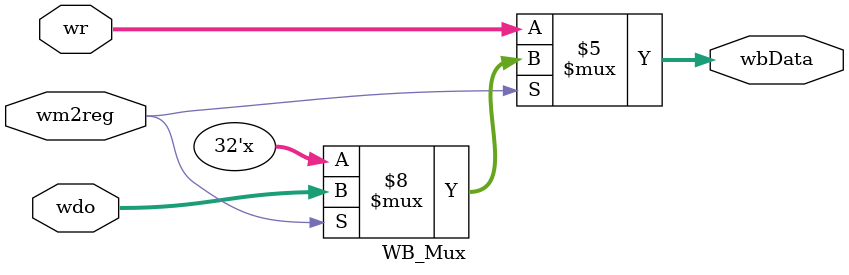
<source format=v>
`timescale 1ns / 1ps

module WB_Mux(
    input [31:0] wr,
    input [31:0] wdo,
    input wm2reg,
    output reg [31:0] wbData
);
    always @(*) begin
        if(wm2reg == 1) begin
            wbData = wdo;
        end
        if(wm2reg == 0) begin
            wbData = wr;
        end
    end
endmodule
</source>
